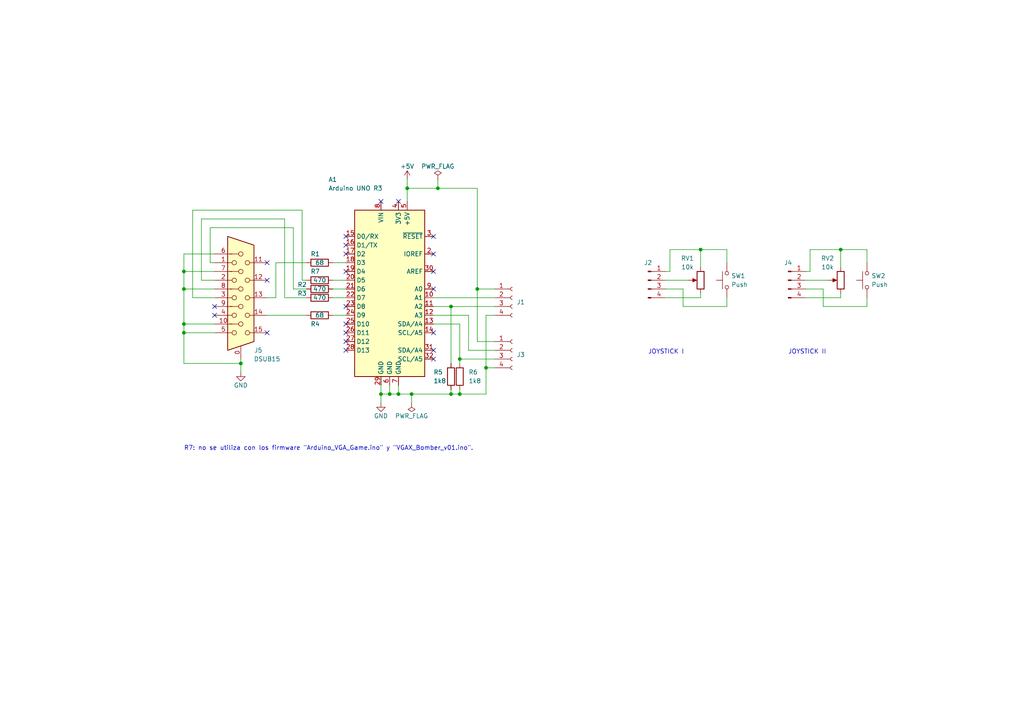
<source format=kicad_sch>
(kicad_sch (version 20231120) (generator "eeschema") (generator_version "8.0")
  (paper "A4")
  (title_block (title "ARDUINO VGA GAMES") (date "2023-06-15") (rev "1") (company "E.E.S.T. N° 3 \"DOMINGO FAUSTINO SARMIENTO\"") (comment 1 "Prof. TRESER, Lucas Martín"))
  (lib_symbols
    (symbol "Connector:Conn_01x04_Pin" (pin_names (offset 1.016) hide)
      (property "Reference" "J" (at 0 5.08 0))
      (property "Value" "Conn_01x04_Pin" (at 0 -7.62 0))
      (symbol "Conn_01x04_Pin_1_1"
        (polyline (pts (xy 1.27 -5.08) (xy 0.8636 -5.08)) (stroke (width 0.1524)))
        (polyline (pts (xy 1.27 -2.54) (xy 0.8636 -2.54)) (stroke (width 0.1524)))
        (polyline (pts (xy 1.27 0) (xy 0.8636 0)) (stroke (width 0.1524)))
        (polyline (pts (xy 1.27 2.54) (xy 0.8636 2.54)) (stroke (width 0.1524)))
        (rectangle (start 0.8636 -4.953) (end 0 -5.207) (stroke (width 0.1524)) (fill (type outline)))
        (rectangle (start 0.8636 -2.413) (end 0 -2.667) (stroke (width 0.1524)) (fill (type outline)))
        (rectangle (start 0.8636 0.127) (end 0 -0.127) (stroke (width 0.1524)) (fill (type outline)))
        (rectangle (start 0.8636 2.667) (end 0 2.413) (stroke (width 0.1524)) (fill (type outline)))
        (pin passive line (at 5.08 2.54 180) (length 3.81) (name "Pin_1") (number "1"))
        (pin passive line (at 5.08 0 180) (length 3.81) (name "Pin_2") (number "2"))
        (pin passive line (at 5.08 -2.54 180) (length 3.81) (name "Pin_3") (number "3"))
        (pin passive line (at 5.08 -5.08 180) (length 3.81) (name "Pin_4") (number "4"))
      )
    )
    (symbol "Connector:Conn_01x04_Socket" (pin_names (offset 1.016) hide)
      (property "Reference" "J" (at 0 5.08 0))
      (property "Value" "Conn_01x04_Socket" (at 0 -7.62 0))
      (symbol "Conn_01x04_Socket_1_1"
        (arc (start 0 -4.572) (mid -0.5058 -5.08) (end 0 -5.588) (stroke (width 0.1524)))
        (arc (start 0 -2.032) (mid -0.5058 -2.54) (end 0 -3.048) (stroke (width 0.1524)))
        (polyline (pts (xy -1.27 -5.08) (xy -0.508 -5.08)) (stroke (width 0.1524)))
        (polyline (pts (xy -1.27 -2.54) (xy -0.508 -2.54)) (stroke (width 0.1524)))
        (polyline (pts (xy -1.27 0) (xy -0.508 0)) (stroke (width 0.1524)))
        (polyline (pts (xy -1.27 2.54) (xy -0.508 2.54)) (stroke (width 0.1524)))
        (arc (start 0 0.508) (mid -0.5058 0) (end 0 -0.508) (stroke (width 0.1524)))
        (arc (start 0 3.048) (mid -0.5058 2.54) (end 0 2.032) (stroke (width 0.1524)))
        (pin passive line (at -5.08 2.54 0) (length 3.81) (name "Pin_1") (number "1"))
        (pin passive line (at -5.08 0 0) (length 3.81) (name "Pin_2") (number "2"))
        (pin passive line (at -5.08 -2.54 0) (length 3.81) (name "Pin_3") (number "3"))
        (pin passive line (at -5.08 -5.08 0) (length 3.81) (name "Pin_4") (number "4"))
      )
    )
    (symbol "Connector:DB15_Female_HighDensity_MountingHoles" (pin_names (offset 1.016) hide)
      (property "Reference" "J" (at 0 21.59 0))
      (property "Value" "DB15_Female_HighDensity_MountingHoles" (at 0 19.05 0))
      (symbol "DB15_Female_HighDensity_MountingHoles_0_1"
        (circle (center -1.905 -10.16) (radius 0.635))
        (circle (center -1.905 -5.08) (radius 0.635))
        (circle (center -1.905 0) (radius 0.635))
        (circle (center -1.905 5.08) (radius 0.635))
        (circle (center -1.905 10.16) (radius 0.635))
        (circle (center 0 -7.62) (radius 0.635))
        (circle (center 0 -2.54) (radius 0.635))
        (polyline (pts (xy -3.175 7.62) (xy -0.635 7.62)))
        (polyline (pts (xy -0.635 -7.62) (xy -3.175 -7.62)))
        (polyline (pts (xy -0.635 -2.54) (xy -3.175 -2.54)))
        (polyline (pts (xy -0.635 2.54) (xy -3.175 2.54)))
        (polyline (pts (xy -0.635 12.7) (xy -3.175 12.7)))
        (polyline (pts (xy -3.81 17.78) (xy -3.81 -15.24) (xy 3.81 -12.7) (xy 3.81 15.24) (xy -3.81 17.78)) (stroke (width 0.254)) (fill (type background)))
        (circle (center 0 2.54) (radius 0.635))
        (circle (center 0 7.62) (radius 0.635))
        (circle (center 0 12.7) (radius 0.635))
        (circle (center 1.905 -10.16) (radius 0.635))
        (circle (center 1.905 -5.08) (radius 0.635))
        (circle (center 1.905 0) (radius 0.635))
        (circle (center 1.905 5.08) (radius 0.635))
        (circle (center 1.905 10.16) (radius 0.635))
      )
      (symbol "DB15_Female_HighDensity_MountingHoles_1_1"
        (pin passive line (at 0 -17.78 90) (length 3.81) (name "~") (number "0"))
        (pin passive line (at -7.62 10.16 0) (length 5.08) (name "~") (number "1"))
        (pin passive line (at -7.62 -7.62 0) (length 5.08) (name "~") (number "10"))
        (pin passive line (at 7.62 10.16 180) (length 5.08) (name "~") (number "11"))
        (pin passive line (at 7.62 5.08 180) (length 5.08) (name "~") (number "12"))
        (pin passive line (at 7.62 0 180) (length 5.08) (name "~") (number "13"))
        (pin passive line (at 7.62 -5.08 180) (length 5.08) (name "~") (number "14"))
        (pin passive line (at 7.62 -10.16 180) (length 5.08) (name "~") (number "15"))
        (pin passive line (at -7.62 5.08 0) (length 5.08) (name "~") (number "2"))
        (pin passive line (at -7.62 0 0) (length 5.08) (name "~") (number "3"))
        (pin passive line (at -7.62 -5.08 0) (length 5.08) (name "~") (number "4"))
        (pin passive line (at -7.62 -10.16 0) (length 5.08) (name "~") (number "5"))
        (pin passive line (at -7.62 12.7 0) (length 5.08) (name "~") (number "6"))
        (pin passive line (at -7.62 7.62 0) (length 5.08) (name "~") (number "7"))
        (pin passive line (at -7.62 2.54 0) (length 5.08) (name "~") (number "8"))
        (pin passive line (at -7.62 -2.54 0) (length 5.08) (name "~") (number "9"))
      )
    )
    (symbol "Device:R" (pin_numbers hide) (pin_names (offset 0))
      (property "Reference" "R" (at 2.032 0 90))
      (property "Value" "R" (at 0 0 90))
      (symbol "R_0_1"
        (rectangle (start -1.016 -2.54) (end 1.016 2.54) (stroke (width 0.254)))
      )
      (symbol "R_1_1"
        (pin passive line (at 0 3.81 270) (length 1.27) (name "~") (number "1"))
        (pin passive line (at 0 -3.81 90) (length 1.27) (name "~") (number "2"))
      )
    )
    (symbol "Device:R_Potentiometer" (pin_numbers hide) (pin_names (offset 1.016) hide)
      (property "Reference" "RV" (at -4.445 0 90))
      (property "Value" "R_Potentiometer" (at -2.54 0 90))
      (symbol "R_Potentiometer_0_1"
        (polyline (pts (xy 2.54 0) (xy 1.524 0)))
        (polyline (pts (xy 1.143 0) (xy 2.286 0.508) (xy 2.286 -0.508) (xy 1.143 0)) (fill (type outline)))
        (rectangle (start 1.016 2.54) (end -1.016 -2.54) (stroke (width 0.254)))
      )
      (symbol "R_Potentiometer_1_1"
        (pin passive line (at 0 3.81 270) (length 1.27) (name "1") (number "1"))
        (pin passive line (at 3.81 0 180) (length 1.27) (name "2") (number "2"))
        (pin passive line (at 0 -3.81 90) (length 1.27) (name "3") (number "3"))
      )
    )
    (symbol "MCU_Module:Arduino_UNO_R3"
      (property "Reference" "A" (at -10.16 23.495 0))
      (property "Value" "Arduino_UNO_R3" (at 5.08 -26.67 0))
      (symbol "Arduino_UNO_R3_0_1"
        (rectangle (start -10.16 22.86) (end 10.16 -25.4) (stroke (width 0.254)) (fill (type background)))
      )
      (symbol "Arduino_UNO_R3_1_1"
        (pin no_connect line (at -10.16 -20.32 0) (length 2.54) hide (name "NC") (number "1"))
        (pin bidirectional line (at 12.7 -2.54 180) (length 2.54) (name "A1") (number "10"))
        (pin bidirectional line (at 12.7 -5.08 180) (length 2.54) (name "A2") (number "11"))
        (pin bidirectional line (at 12.7 -7.62 180) (length 2.54) (name "A3") (number "12"))
        (pin bidirectional line (at 12.7 -10.16 180) (length 2.54) (name "SDA/A4") (number "13"))
        (pin bidirectional line (at 12.7 -12.7 180) (length 2.54) (name "SCL/A5") (number "14"))
        (pin bidirectional line (at -12.7 15.24 0) (length 2.54) (name "D0/RX") (number "15"))
        (pin bidirectional line (at -12.7 12.7 0) (length 2.54) (name "D1/TX") (number "16"))
        (pin bidirectional line (at -12.7 10.16 0) (length 2.54) (name "D2") (number "17"))
        (pin bidirectional line (at -12.7 7.62 0) (length 2.54) (name "D3") (number "18"))
        (pin bidirectional line (at -12.7 5.08 0) (length 2.54) (name "D4") (number "19"))
        (pin output line (at 12.7 10.16 180) (length 2.54) (name "IOREF") (number "2"))
        (pin bidirectional line (at -12.7 2.54 0) (length 2.54) (name "D5") (number "20"))
        (pin bidirectional line (at -12.7 0 0) (length 2.54) (name "D6") (number "21"))
        (pin bidirectional line (at -12.7 -2.54 0) (length 2.54) (name "D7") (number "22"))
        (pin bidirectional line (at -12.7 -5.08 0) (length 2.54) (name "D8") (number "23"))
        (pin bidirectional line (at -12.7 -7.62 0) (length 2.54) (name "D9") (number "24"))
        (pin bidirectional line (at -12.7 -10.16 0) (length 2.54) (name "D10") (number "25"))
        (pin bidirectional line (at -12.7 -12.7 0) (length 2.54) (name "D11") (number "26"))
        (pin bidirectional line (at -12.7 -15.24 0) (length 2.54) (name "D12") (number "27"))
        (pin bidirectional line (at -12.7 -17.78 0) (length 2.54) (name "D13") (number "28"))
        (pin power_in line (at -2.54 -27.94 90) (length 2.54) (name "GND") (number "29"))
        (pin input line (at 12.7 15.24 180) (length 2.54) (name "~{RESET}") (number "3"))
        (pin input line (at 12.7 5.08 180) (length 2.54) (name "AREF") (number "30"))
        (pin bidirectional line (at 12.7 -17.78 180) (length 2.54) (name "SDA/A4") (number "31"))
        (pin bidirectional line (at 12.7 -20.32 180) (length 2.54) (name "SCL/A5") (number "32"))
        (pin power_out line (at 2.54 25.4 270) (length 2.54) (name "3V3") (number "4"))
        (pin power_out line (at 5.08 25.4 270) (length 2.54) (name "+5V") (number "5"))
        (pin power_in line (at 0 -27.94 90) (length 2.54) (name "GND") (number "6"))
        (pin power_in line (at 2.54 -27.94 90) (length 2.54) (name "GND") (number "7"))
        (pin power_in line (at -2.54 25.4 270) (length 2.54) (name "VIN") (number "8"))
        (pin bidirectional line (at 12.7 0 180) (length 2.54) (name "A0") (number "9"))
      )
    )
    (symbol "Switch:SW_Push" (pin_numbers hide) (pin_names (offset 1.016) hide)
      (property "Reference" "SW" (at 1.27 2.54 0))
      (property "Value" "SW_Push" (at 0 -1.524 0))
      (symbol "SW_Push_0_1"
        (circle (center -2.032 0) (radius 0.508))
        (polyline (pts (xy 0 1.27) (xy 0 3.048)))
        (polyline (pts (xy 2.54 1.27) (xy -2.54 1.27)))
        (circle (center 2.032 0) (radius 0.508))
        (pin passive line (at -5.08 0 0) (length 2.54) (name "1") (number "1"))
        (pin passive line (at 5.08 0 180) (length 2.54) (name "2") (number "2"))
      )
    )
    (symbol "power:+5V" (power) (pin_names (offset 0))
      (property "Value" "+5V" (at 0 3.556 0))
      (symbol "+5V_0_1"
        (polyline (pts (xy -0.762 1.27) (xy 0 2.54)))
        (polyline (pts (xy 0 0) (xy 0 2.54)))
        (polyline (pts (xy 0 2.54) (xy 0.762 1.27)))
      )
      (symbol "+5V_1_1"
        (pin power_in line (at 0 0 90) (length 0) hide (name "+5V") (number "1"))
      )
    )
    (symbol "power:GND" (power) (pin_names (offset 0))
      (property "Value" "GND" (at 0 -3.81 0))
      (symbol "GND_0_1"
        (polyline (pts (xy 0 0) (xy 0 -1.27) (xy 1.27 -1.27) (xy 0 -2.54) (xy -1.27 -1.27) (xy 0 -1.27)))
      )
      (symbol "GND_1_1"
        (pin power_in line (at 0 0 270) (length 0) hide (name "GND") (number "1"))
      )
    )
    (symbol "power:PWR_FLAG" (power) (pin_numbers hide) (pin_names (offset 0) hide)
      (property "Value" "PWR_FLAG" (at 0 3.81 0))
      (symbol "PWR_FLAG_0_0"
        (pin power_out line (at 0 0 90) (length 0) (name "pwr") (number "1"))
      )
      (symbol "PWR_FLAG_0_1"
        (polyline (pts (xy 0 0) (xy 0 1.27) (xy -1.016 1.905) (xy 0 2.54) (xy 1.016 1.905) (xy 0 1.27)))
      )
    )
  )
  (junction (at 115.57 114.3))
  (junction (at 69.85 105.41))
  (junction (at 203.2 72.39))
  (junction (at 133.35 104.14))
  (junction (at 53.34 78.74))
  (junction (at 53.34 83.82))
  (junction (at 133.35 114.3))
  (junction (at 53.34 93.98))
  (junction (at 243.84 72.39))
  (junction (at 130.81 114.3))
  (junction (at 138.43 83.82))
  (junction (at 130.81 88.9))
  (junction (at 140.97 106.68))
  (junction (at 119.38 114.3))
  (junction (at 127 54.61))
  (junction (at 53.34 96.52))
  (junction (at 110.49 114.3))
  (junction (at 113.03 114.3))
  (junction (at 118.11 54.61))
  (no_connect (at 100.33 96.52))
  (no_connect (at 100.33 101.6))
  (no_connect (at 125.73 101.6))
  (no_connect (at 100.33 88.9))
  (no_connect (at 100.33 68.58))
  (no_connect (at 125.73 78.74))
  (no_connect (at 100.33 99.06))
  (no_connect (at 100.33 73.66))
  (no_connect (at 125.73 83.82))
  (no_connect (at 62.23 88.9))
  (no_connect (at 125.73 96.52))
  (no_connect (at 77.47 96.52))
  (no_connect (at 125.73 104.14))
  (no_connect (at 77.47 76.2))
  (no_connect (at 100.33 93.98))
  (no_connect (at 125.73 73.66))
  (no_connect (at 100.33 78.74))
  (no_connect (at 62.23 91.44))
  (no_connect (at 77.47 81.28))
  (no_connect (at 115.57 58.42))
  (no_connect (at 125.73 68.58))
  (no_connect (at 110.49 58.42))
  (no_connect (at 100.33 71.12))
  (wire (pts (xy 133.35 114.3) (xy 140.97 114.3)))
  (wire (pts (xy 77.47 91.44) (xy 88.9 91.44)))
  (wire (pts (xy 96.52 83.82) (xy 100.33 83.82)))
  (wire (pts (xy 234.95 72.39) (xy 234.95 78.74)))
  (wire (pts (xy 58.42 81.28) (xy 58.42 63.5)))
  (wire (pts (xy 133.35 104.14) (xy 143.51 104.14)))
  (wire (pts (xy 119.38 114.3) (xy 119.38 116.84)))
  (wire (pts (xy 53.34 96.52) (xy 53.34 105.41)))
  (wire (pts (xy 110.49 111.76) (xy 110.49 114.3)))
  (wire (pts (xy 125.73 88.9) (xy 130.81 88.9)))
  (wire (pts (xy 210.82 76.2) (xy 210.82 72.39)))
  (wire (pts (xy 130.81 88.9) (xy 143.51 88.9)))
  (wire (pts (xy 130.81 88.9) (xy 130.81 105.41)))
  (wire (pts (xy 233.68 86.36) (xy 243.84 86.36)))
  (wire (pts (xy 115.57 111.76) (xy 115.57 114.3)))
  (wire (pts (xy 53.34 96.52) (xy 62.23 96.52)))
  (wire (pts (xy 55.88 60.96) (xy 55.88 86.36)))
  (wire (pts (xy 140.97 106.68) (xy 143.51 106.68)))
  (wire (pts (xy 193.04 83.82) (xy 198.12 83.82)))
  (wire (pts (xy 113.03 111.76) (xy 113.03 114.3)))
  (wire (pts (xy 77.47 86.36) (xy 80.01 86.36)))
  (wire (pts (xy 133.35 105.41) (xy 133.35 104.14)))
  (wire (pts (xy 238.76 83.82) (xy 238.76 88.9)))
  (wire (pts (xy 133.35 93.98) (xy 133.35 104.14)))
  (wire (pts (xy 243.84 85.09) (xy 243.84 86.36)))
  (wire (pts (xy 194.31 72.39) (xy 203.2 72.39)))
  (wire (pts (xy 53.34 96.52) (xy 53.34 93.98)))
  (wire (pts (xy 53.34 83.82) (xy 53.34 78.74)))
  (wire (pts (xy 69.85 104.14) (xy 69.85 105.41)))
  (wire (pts (xy 138.43 83.82) (xy 138.43 99.06)))
  (wire (pts (xy 85.09 66.04) (xy 85.09 83.82)))
  (wire (pts (xy 194.31 78.74) (xy 193.04 78.74)))
  (wire (pts (xy 80.01 76.2) (xy 88.9 76.2)))
  (wire (pts (xy 110.49 114.3) (xy 113.03 114.3)))
  (wire (pts (xy 62.23 73.66) (xy 53.34 73.66)))
  (wire (pts (xy 96.52 76.2) (xy 100.33 76.2)))
  (wire (pts (xy 115.57 114.3) (xy 119.38 114.3)))
  (wire (pts (xy 87.63 60.96) (xy 87.63 81.28)))
  (wire (pts (xy 88.9 81.28) (xy 87.63 81.28)))
  (wire (pts (xy 203.2 72.39) (xy 203.2 77.47)))
  (wire (pts (xy 243.84 72.39) (xy 243.84 77.47)))
  (wire (pts (xy 80.01 86.36) (xy 80.01 76.2)))
  (wire (pts (xy 125.73 91.44) (xy 135.89 91.44)))
  (wire (pts (xy 53.34 73.66) (xy 53.34 78.74)))
  (wire (pts (xy 210.82 86.36) (xy 210.82 88.9)))
  (wire (pts (xy 198.12 88.9) (xy 210.82 88.9)))
  (wire (pts (xy 140.97 106.68) (xy 140.97 114.3)))
  (wire (pts (xy 193.04 81.28) (xy 199.39 81.28)))
  (wire (pts (xy 143.51 91.44) (xy 140.97 91.44)))
  (wire (pts (xy 60.96 66.04) (xy 85.09 66.04)))
  (wire (pts (xy 53.34 78.74) (xy 62.23 78.74)))
  (wire (pts (xy 96.52 91.44) (xy 100.33 91.44)))
  (wire (pts (xy 233.68 83.82) (xy 238.76 83.82)))
  (wire (pts (xy 96.52 86.36) (xy 100.33 86.36)))
  (wire (pts (xy 135.89 101.6) (xy 143.51 101.6)))
  (wire (pts (xy 127 52.07) (xy 127 54.61)))
  (wire (pts (xy 69.85 105.41) (xy 69.85 107.95)))
  (wire (pts (xy 82.55 63.5) (xy 82.55 86.36)))
  (wire (pts (xy 87.63 60.96) (xy 55.88 60.96)))
  (wire (pts (xy 62.23 76.2) (xy 60.96 76.2)))
  (wire (pts (xy 130.81 114.3) (xy 133.35 114.3)))
  (wire (pts (xy 138.43 83.82) (xy 143.51 83.82)))
  (wire (pts (xy 69.85 105.41) (xy 53.34 105.41)))
  (wire (pts (xy 62.23 81.28) (xy 58.42 81.28)))
  (wire (pts (xy 82.55 86.36) (xy 88.9 86.36)))
  (wire (pts (xy 53.34 93.98) (xy 62.23 93.98)))
  (wire (pts (xy 125.73 93.98) (xy 133.35 93.98)))
  (wire (pts (xy 198.12 83.82) (xy 198.12 88.9)))
  (wire (pts (xy 251.46 86.36) (xy 251.46 88.9)))
  (wire (pts (xy 251.46 72.39) (xy 243.84 72.39)))
  (wire (pts (xy 251.46 76.2) (xy 251.46 72.39)))
  (wire (pts (xy 118.11 54.61) (xy 127 54.61)))
  (wire (pts (xy 238.76 88.9) (xy 251.46 88.9)))
  (wire (pts (xy 96.52 81.28) (xy 100.33 81.28)))
  (wire (pts (xy 113.03 114.3) (xy 115.57 114.3)))
  (wire (pts (xy 138.43 54.61) (xy 138.43 83.82)))
  (wire (pts (xy 210.82 72.39) (xy 203.2 72.39)))
  (wire (pts (xy 140.97 91.44) (xy 140.97 106.68)))
  (wire (pts (xy 127 54.61) (xy 138.43 54.61)))
  (wire (pts (xy 55.88 86.36) (xy 62.23 86.36)))
  (wire (pts (xy 125.73 86.36) (xy 143.51 86.36)))
  (wire (pts (xy 58.42 63.5) (xy 82.55 63.5)))
  (wire (pts (xy 85.09 83.82) (xy 88.9 83.82)))
  (wire (pts (xy 119.38 114.3) (xy 130.81 114.3)))
  (wire (pts (xy 234.95 72.39) (xy 243.84 72.39)))
  (wire (pts (xy 53.34 93.98) (xy 53.34 83.82)))
  (wire (pts (xy 118.11 54.61) (xy 118.11 58.42)))
  (wire (pts (xy 194.31 72.39) (xy 194.31 78.74)))
  (wire (pts (xy 193.04 86.36) (xy 203.2 86.36)))
  (wire (pts (xy 143.51 99.06) (xy 138.43 99.06)))
  (wire (pts (xy 133.35 113.03) (xy 133.35 114.3)))
  (wire (pts (xy 53.34 83.82) (xy 62.23 83.82)))
  (wire (pts (xy 203.2 85.09) (xy 203.2 86.36)))
  (wire (pts (xy 110.49 114.3) (xy 110.49 116.84)))
  (wire (pts (xy 60.96 76.2) (xy 60.96 66.04)))
  (wire (pts (xy 234.95 78.74) (xy 233.68 78.74)))
  (wire (pts (xy 233.68 81.28) (xy 240.03 81.28)))
  (wire (pts (xy 135.89 91.44) (xy 135.89 101.6)))
  (wire (pts (xy 118.11 52.07) (xy 118.11 54.61)))
  (wire (pts (xy 130.81 113.03) (xy 130.81 114.3)))
  (text "JOYSTICK I" (at 187.96 102.87 0) (effects (font (size 1.27 1.27)) (justify left bottom)))
  (text "JOYSTICK II" (at 228.6 102.87 0) (effects (font (size 1.27 1.27)) (justify left bottom)))
  (text "R7: no se utiliza con los firmware \"Arduino_VGA_Game.ino\" y \"VGAX_Bomber_v01.ino\"." (at 53.34 130.81 0) (effects (font (size 1.27 1.27)) (justify left bottom)))
  (symbol (lib_id "Device:R") (at 92.71 76.2 90) (unit 1)
    (property "Reference" "R1" (at 91.44 73.66 90))
    (property "Value" "68" (at 92.71 76.2 90))
    (property "Footprint" "Resistor_THT:R_Axial_DIN0207_L6.3mm_D2.5mm_P7.62mm_Horizontal" (effects (hide yes)))
  )
  (symbol (lib_id "Device:R") (at 130.81 109.22 0) (unit 1)
    (property "Reference" "R5" (at 125.73 107.95 0) (effects (justify left)))
    (property "Value" "1k8" (at 125.73 110.49 0) (effects (justify left)))
    (property "Footprint" "Resistor_THT:R_Axial_DIN0207_L6.3mm_D2.5mm_P7.62mm_Horizontal" (effects (hide yes)))
  )
  (symbol (lib_id "Device:R") (at 92.71 91.44 90) (unit 1)
    (property "Reference" "R4" (at 91.44 93.98 90))
    (property "Value" "68" (at 92.71 91.44 90))
    (property "Footprint" "Resistor_THT:R_Axial_DIN0207_L6.3mm_D2.5mm_P7.62mm_Horizontal" (effects (hide yes)))
  )
  (symbol (lib_id "power:+5V") (at 118.11 52.07 0) (unit 1)
    (property "Reference" "#PWR05" (effects (hide yes)))
    (property "Value" "+5V" (at 118.11 48.26 0))
  )
  (symbol (lib_id "power:GND") (at 110.49 116.84 0) (unit 1)
    (property "Reference" "#PWR04" (effects (hide yes)))
    (property "Value" "GND" (at 110.49 120.65 0))
  )
  (symbol (lib_id "Connector:Conn_01x04_Socket") (at 148.59 101.6 0) (unit 1)
    (property "Reference" "J3" (at 149.86 102.87 0) (effects (justify left)))
    (property "Value" "Conn_01x04_Socket" (effects (hide yes)))
    (property "Footprint" "Connector_PinHeader_2.54mm:PinHeader_1x04_P2.54mm_Vertical" (effects (hide yes)))
  )
  (symbol (lib_id "Switch:SW_Push") (at 210.82 81.28 90) (unit 1) (on_board no)
    (property "Reference" "SW1" (at 212.09 80.01 90) (effects (justify right)))
    (property "Value" "Push" (at 212.09 82.55 90) (effects (justify right)))
  )
  (symbol (lib_id "Device:R") (at 92.71 81.28 90) (unit 1)
    (property "Reference" "R7" (at 91.44 78.74 90))
    (property "Value" "470" (at 92.71 81.28 90))
    (property "Footprint" "Resistor_THT:R_Axial_DIN0207_L6.3mm_D2.5mm_P7.62mm_Horizontal" (effects (hide yes)))
  )
  (symbol (lib_id "power:PWR_FLAG") (at 127 52.07 0) (unit 1)
    (property "Reference" "#FLG02" (effects (hide yes)))
    (property "Value" "PWR_FLAG" (at 127 48.26 0))
  )
  (symbol (lib_id "Connector:Conn_01x04_Pin") (at 228.6 81.28 0) (unit 1) (on_board no)
    (property "Reference" "J4" (at 228.6 76.2 0))
    (property "Value" "Conn_01x04_Pin" (effects (hide yes)))
  )
  (symbol (lib_id "Device:R") (at 92.71 86.36 90) (unit 1)
    (property "Reference" "R3" (at 87.63 85.09 90))
    (property "Value" "470" (at 92.71 86.36 90))
    (property "Footprint" "Resistor_THT:R_Axial_DIN0207_L6.3mm_D2.5mm_P7.62mm_Horizontal" (effects (hide yes)))
  )
  (symbol (lib_id "Switch:SW_Push") (at 251.46 81.28 90) (unit 1) (on_board no)
    (property "Reference" "SW2" (at 252.73 80.01 90) (effects (justify right)))
    (property "Value" "Push" (at 252.73 82.55 90) (effects (justify right)))
  )
  (symbol (lib_id "MCU_Module:Arduino_UNO_R3") (at 113.03 83.82 0) (unit 1)
    (property "Reference" "A1" (at 95.25 52.07 0) (effects (justify left)))
    (property "Value" "Arduino UNO R3" (at 95.25 54.61 0) (effects (justify left)))
    (property "Footprint" "libs:Arduino_UNO_R3_OVAL" (effects (hide yes)))
    (property "Datasheet" "https://www.arduino.cc/en/Main/arduinoBoardUno" (effects (hide yes)))
  )
  (symbol (lib_id "Device:R") (at 92.71 83.82 90) (unit 1)
    (property "Reference" "R2" (at 87.63 82.55 90))
    (property "Value" "470" (at 92.71 83.82 90))
    (property "Footprint" "Resistor_THT:R_Axial_DIN0207_L6.3mm_D2.5mm_P7.62mm_Horizontal" (effects (hide yes)))
  )
  (symbol (lib_id "power:PWR_FLAG") (at 119.38 116.84 0) (mirror x) (unit 1)
    (property "Reference" "#FLG01" (effects (hide yes)))
    (property "Value" "PWR_FLAG" (at 119.38 120.65 0))
  )
  (symbol (lib_id "Device:R") (at 133.35 109.22 0) (unit 1)
    (property "Reference" "R6" (at 135.89 107.9499 0) (effects (justify left)))
    (property "Value" "1k8" (at 135.89 110.4899 0) (effects (justify left)))
    (property "Footprint" "Resistor_THT:R_Axial_DIN0207_L6.3mm_D2.5mm_P7.62mm_Horizontal" (effects (hide yes)))
  )
  (symbol (lib_id "Connector:Conn_01x04_Socket") (at 148.59 86.36 0) (unit 1)
    (property "Reference" "J1" (at 149.86 87.63 0) (effects (justify left)))
    (property "Value" "Conn_01x04_Socket" (effects (hide yes)))
    (property "Footprint" "Connector_PinHeader_2.54mm:PinHeader_1x04_P2.54mm_Vertical" (effects (hide yes)))
  )
  (symbol (lib_id "Connector:Conn_01x04_Pin") (at 187.96 81.28 0) (unit 1) (on_board no)
    (property "Reference" "J2" (at 187.96 76.2 0))
    (property "Value" "Conn_01x04_Pin" (effects (hide yes)))
  )
  (symbol (lib_id "Device:R_Potentiometer") (at 203.2 81.28 180) (unit 1) (on_board no)
    (property "Reference" "RV1" (at 199.39 74.93 0))
    (property "Value" "10k" (at 199.39 77.47 0))
  )
  (symbol (lib_id "power:GND") (at 69.85 107.95 0) (mirror y) (unit 1)
    (property "Reference" "#PWR03" (effects (hide yes)))
    (property "Value" "GND" (at 69.85 111.76 0))
  )
  (symbol (lib_id "Connector:DB15_Female_HighDensity_MountingHoles") (at 69.85 86.36 0) (unit 1)
    (property "Reference" "J5" (at 74.93 101.6 0))
    (property "Value" "DSUB15" (at 77.47 104.14 0))
    (property "Footprint" "Connector_Dsub:DSUB-15-HD_Female_Horizontal_P2.29x1.98mm_EdgePinOffset3.03mm_Housed_MountingHolesOffset4.94mm" (effects (hide yes)))
    (property "Datasheet" " ~" (effects (hide yes)))
  )
  (symbol (lib_id "Device:R_Potentiometer") (at 243.84 81.28 180) (unit 1) (on_board no)
    (property "Reference" "RV2" (at 240.03 74.93 0))
    (property "Value" "10k" (at 240.03 77.47 0))
  )
)
</source>
